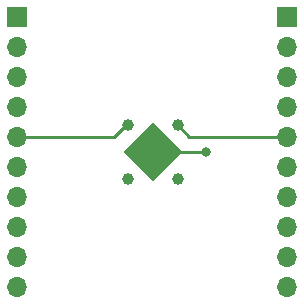
<source format=gbr>
%TF.GenerationSoftware,KiCad,Pcbnew,7.0.5-0*%
%TF.CreationDate,2024-01-09T15:12:00-05:00*%
%TF.ProjectId,SiPM chip carrier,5369504d-2063-4686-9970-206361727269,2.0*%
%TF.SameCoordinates,Original*%
%TF.FileFunction,Copper,L1,Top*%
%TF.FilePolarity,Positive*%
%FSLAX46Y46*%
G04 Gerber Fmt 4.6, Leading zero omitted, Abs format (unit mm)*
G04 Created by KiCad (PCBNEW 7.0.5-0) date 2024-01-09 15:12:00*
%MOMM*%
%LPD*%
G01*
G04 APERTURE LIST*
G04 Aperture macros list*
%AMRotRect*
0 Rectangle, with rotation*
0 The origin of the aperture is its center*
0 $1 length*
0 $2 width*
0 $3 Rotation angle, in degrees counterclockwise*
0 Add horizontal line*
21,1,$1,$2,0,0,$3*%
G04 Aperture macros list end*
%TA.AperFunction,EtchedComponent*%
%ADD10C,0.100000*%
%TD*%
%TA.AperFunction,SMDPad,CuDef*%
%ADD11C,1.000000*%
%TD*%
%TA.AperFunction,SMDPad,CuDef*%
%ADD12RotRect,3.500000X3.500000X225.000000*%
%TD*%
%TA.AperFunction,ComponentPad*%
%ADD13R,1.700000X1.700000*%
%TD*%
%TA.AperFunction,ComponentPad*%
%ADD14O,1.700000X1.700000*%
%TD*%
%TA.AperFunction,ViaPad*%
%ADD15C,0.800000*%
%TD*%
%TA.AperFunction,Conductor*%
%ADD16C,0.250000*%
%TD*%
G04 APERTURE END LIST*
D10*
%TO.C,D1*%
X50106000Y-48302000D02*
X50106000Y-48302000D01*
X50106000Y-48302000D02*
X50106000Y-48302000D01*
X50106000Y-48302000D02*
X50106000Y-48302000D01*
X50106000Y-48302000D02*
X50106000Y-48302000D01*
%TD*%
D11*
%TO.P,D1,1*%
%TO.N,N/C*%
X48006000Y-52352000D03*
%TO.P,D1,2*%
X52206000Y-52352000D03*
%TO.P,D1,3,A*%
%TO.N,Net-(D1-A)*%
X52206000Y-47752000D03*
%TO.P,D1,4,K*%
%TO.N,Net-(D1-K)*%
X48006000Y-47752000D03*
D12*
%TO.P,D1,5,G*%
%TO.N,Net-(D1-G)*%
X50106000Y-50052000D03*
%TD*%
D13*
%TO.P,J2,1,Pin_1*%
%TO.N,unconnected-(J2-Pin_1-Pad1)*%
X61468000Y-38608000D03*
D14*
%TO.P,J2,2,Pin_2*%
%TO.N,unconnected-(J2-Pin_2-Pad2)*%
X61468000Y-41148000D03*
%TO.P,J2,3,Pin_3*%
%TO.N,unconnected-(J2-Pin_3-Pad3)*%
X61468000Y-43688000D03*
%TO.P,J2,4,Pin_4*%
%TO.N,unconnected-(J2-Pin_4-Pad4)*%
X61468000Y-46228000D03*
%TO.P,J2,5,Pin_5*%
%TO.N,Net-(D1-A)*%
X61468000Y-48768000D03*
%TO.P,J2,6,Pin_6*%
%TO.N,unconnected-(J2-Pin_6-Pad6)*%
X61468000Y-51308000D03*
%TO.P,J2,7,Pin_7*%
%TO.N,Net-(D1-G)*%
X61468000Y-53848000D03*
%TO.P,J2,8,Pin_8*%
%TO.N,unconnected-(J2-Pin_8-Pad8)*%
X61468000Y-56388000D03*
%TO.P,J2,9,Pin_9*%
%TO.N,unconnected-(J2-Pin_9-Pad9)*%
X61468000Y-58928000D03*
%TO.P,J2,10,Pin_10*%
%TO.N,unconnected-(J2-Pin_10-Pad10)*%
X61468000Y-61468000D03*
%TD*%
D13*
%TO.P,J1,1,Pin_1*%
%TO.N,unconnected-(J1-Pin_1-Pad1)*%
X38608000Y-38608000D03*
D14*
%TO.P,J1,2,Pin_2*%
%TO.N,unconnected-(J1-Pin_2-Pad2)*%
X38608000Y-41148000D03*
%TO.P,J1,3,Pin_3*%
%TO.N,unconnected-(J1-Pin_3-Pad3)*%
X38608000Y-43688000D03*
%TO.P,J1,4,Pin_4*%
%TO.N,unconnected-(J1-Pin_4-Pad4)*%
X38608000Y-46228000D03*
%TO.P,J1,5,Pin_5*%
%TO.N,Net-(D1-K)*%
X38608000Y-48768000D03*
%TO.P,J1,6,Pin_6*%
%TO.N,unconnected-(J1-Pin_6-Pad6)*%
X38608000Y-51308000D03*
%TO.P,J1,7,Pin_7*%
%TO.N,unconnected-(J1-Pin_7-Pad7)*%
X38608000Y-53848000D03*
%TO.P,J1,8,Pin_8*%
%TO.N,unconnected-(J1-Pin_8-Pad8)*%
X38608000Y-56388000D03*
%TO.P,J1,9,Pin_9*%
%TO.N,unconnected-(J1-Pin_9-Pad9)*%
X38608000Y-58928000D03*
%TO.P,J1,10,Pin_10*%
%TO.N,unconnected-(J1-Pin_10-Pad10)*%
X38608000Y-61468000D03*
%TD*%
D15*
%TO.N,Net-(D1-G)*%
X54610000Y-50038000D03*
%TD*%
D16*
%TO.N,Net-(D1-K)*%
X46832000Y-48768000D02*
X47900000Y-47700000D01*
X38608000Y-48768000D02*
X46832000Y-48768000D01*
%TO.N,Net-(D1-A)*%
X53168000Y-48768000D02*
X52100000Y-47700000D01*
X61468000Y-48768000D02*
X53168000Y-48768000D01*
%TO.N,Net-(D1-G)*%
X54596000Y-50052000D02*
X54610000Y-50038000D01*
X50106000Y-50052000D02*
X54596000Y-50052000D01*
%TD*%
M02*

</source>
